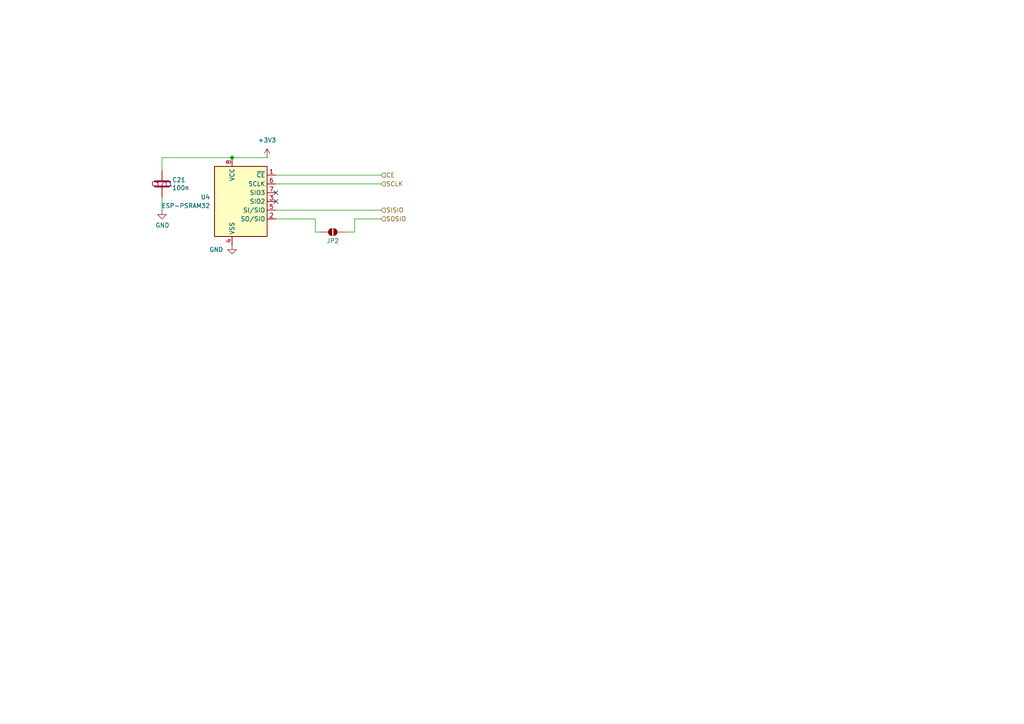
<source format=kicad_sch>
(kicad_sch (version 20250114) (generator "eeschema") (generator_version "9.0")
  (paper "A4")
  (title_block (title "${NAME}") (date "2025-04-24") (rev "${VERSION}") (company "Mikhail Matveev") (comment 1 "https://github.com/xtremespb/frank"))
  (lib_symbols
    (symbol "Device:C" (pin_numbers (hide yes)) (pin_names (offset 0.254))
      (property "Reference" "C" (at 0.635 2.54 0))
      (property "Value" "C" (at 0.635 -2.54 0))
      (symbol "C_0_1"
        (polyline (pts (xy -2.032 0.762) (xy 2.032 0.762)) (stroke (width 0.508)))
        (polyline (pts (xy -2.032 -0.762) (xy 2.032 -0.762)) (stroke (width 0.508)))
      )
      (symbol "C_1_1"
        (pin passive line (at 0 3.81 270) (length 2.794) (name "~") (number "1"))
        (pin passive line (at 0 -3.81 90) (length 2.794) (name "~") (number "2"))
      )
    )
    (symbol "FRANK:ESP-PSRAM32"
      (property "Reference" "PSR1" (at -8.89 1.2701 0))
      (property "Value" "PSRAM" (at -8.89 -1.2699 0))
      (symbol "ESP-PSRAM32_0_1"
        (rectangle (start -7.62 10.16) (end 7.62 -10.16) (stroke (width 0.254)) (fill (type background)))
      )
      (symbol "ESP-PSRAM32_1_1"
        (pin power_in line (at -2.54 12.7 270) (length 2.54) (name "VCC") (number "8"))
        (pin power_in line (at -2.54 -12.7 90) (length 2.54) (name "VSS") (number "4"))
        (pin input line (at 10.16 7.62 180) (length 2.54) (name "~{CE}") (number "1"))
        (pin output line (at 10.16 5.08 180) (length 2.54) (name "SCLK") (number "6"))
        (pin bidirectional line (at 10.16 2.54 180) (length 2.54) (name "SIO3") (number "7"))
        (pin bidirectional line (at 10.16 0 180) (length 2.54) (name "SIO2") (number "3"))
        (pin input line (at 10.16 -2.54 180) (length 2.54) (name "SI/SIO") (number "5"))
        (pin output line (at 10.16 -5.08 180) (length 2.54) (name "SO/SIO") (number "2"))
      )
    )
    (symbol "GND_1" (power) (pin_numbers (hide yes)) (pin_names (offset 0) (hide yes))
      (property "Value" "GND" (at 0 -3.81 0))
      (symbol "GND_1_0_1"
        (polyline (pts (xy 0 0) (xy 0 -1.27) (xy 1.27 -1.27) (xy 0 -2.54) (xy -1.27 -1.27) (xy 0 -1.27)))
      )
      (symbol "GND_1_1_1"
        (pin power_in line (at 0 0 270) (length 0) (name "~") (number "1"))
      )
    )
    (symbol "Jumper:SolderJumper_2_Open" (pin_numbers (hide yes)) (pin_names (offset 0) (hide yes)) (exclude_from_sim yes) (in_bom no)
      (property "Reference" "JP" (at 0 2.032 0))
      (property "Value" "SolderJumper_2_Open" (at 0 -2.54 0))
      (symbol "SolderJumper_2_Open_0_1"
        (polyline (pts (xy -0.254 1.016) (xy -0.254 -1.016)))
        (arc (start -0.254 -1.016) (mid -1.2656 0) (end -0.254 1.016))
        (arc (start -0.254 -1.016) (mid -1.2656 0) (end -0.254 1.016) (fill (type outline)))
        (arc (start 0.254 1.016) (mid 1.2656 0) (end 0.254 -1.016))
        (arc (start 0.254 1.016) (mid 1.2656 0) (end 0.254 -1.016) (fill (type outline)))
        (polyline (pts (xy 0.254 1.016) (xy 0.254 -1.016)))
      )
      (symbol "SolderJumper_2_Open_1_1"
        (pin passive line (at -3.81 0 0) (length 2.54) (name "A") (number "1"))
        (pin passive line (at 3.81 0 180) (length 2.54) (name "B") (number "2"))
      )
    )
    (symbol "power:+3V3" (power) (pin_numbers (hide yes)) (pin_names (offset 0) (hide yes))
      (property "Value" "+3V3" (at 0 3.556 0))
      (symbol "+3V3_0_1"
        (polyline (pts (xy -0.762 1.27) (xy 0 2.54)))
        (polyline (pts (xy 0 2.54) (xy 0.762 1.27)))
        (polyline (pts (xy 0 0) (xy 0 2.54)))
      )
      (symbol "+3V3_1_1"
        (pin power_in line (at 0 0 90) (length 0) (name "~") (number "1"))
      )
    )
    (symbol "power:GND" (power) (pin_numbers (hide yes)) (pin_names (offset 0) (hide yes))
      (property "Value" "GND" (at 0 -3.81 0))
      (symbol "GND_0_1"
        (polyline (pts (xy 0 0) (xy 0 -1.27) (xy 1.27 -1.27) (xy 0 -2.54) (xy -1.27 -1.27) (xy 0 -1.27)))
      )
      (symbol "GND_1_1"
        (pin power_in line (at 0 0 270) (length 0) (name "~") (number "1"))
      )
    )
  )
  (junction (at 67.31 45.72))
  (no_connect (at 80.01 55.88))
  (no_connect (at 80.01 58.42))
  (wire (pts (xy 80.01 50.8) (xy 110.49 50.8)))
  (wire (pts (xy 91.44 67.31) (xy 91.44 63.5)))
  (wire (pts (xy 91.44 67.31) (xy 92.71 67.31)))
  (wire (pts (xy 46.99 45.72) (xy 46.99 49.53)))
  (wire (pts (xy 80.01 53.34) (xy 110.49 53.34)))
  (wire (pts (xy 46.99 45.72) (xy 67.31 45.72)))
  (wire (pts (xy 67.31 45.72) (xy 77.47 45.72)))
  (wire (pts (xy 46.99 57.15) (xy 46.99 60.96)))
  (wire (pts (xy 80.01 60.96) (xy 110.49 60.96)))
  (wire (pts (xy 102.87 67.31) (xy 102.87 63.5)))
  (wire (pts (xy 102.87 63.5) (xy 110.49 63.5)))
  (wire (pts (xy 100.33 67.31) (xy 102.87 67.31)))
  (wire (pts (xy 91.44 63.5) (xy 80.01 63.5)))
  (hierarchical_label "SISIO" (shape input) (at 110.49 60.96 0))
  (hierarchical_label "CE" (shape input) (at 110.49 50.8 0))
  (hierarchical_label "SCLK" (shape input) (at 110.49 53.34 0))
  (hierarchical_label "SOSIO" (shape input) (at 110.49 63.5 0))
  (symbol (lib_id "power:GND") (at 67.31 71.12 0) (unit 1)
    (property "Reference" "#PWR051" (effects (hide yes)))
    (property "Value" "GND" (at 64.77 72.39 0) (effects (justify right)))
    (property "Description" "Power symbol creates a global label with name \"GND\" , ground" (effects (hide yes)))
  )
  (symbol (lib_id "power:+3V3") (at 77.47 45.72 0) (unit 1)
    (property "Reference" "#PWR049" (effects (hide yes)))
    (property "Value" "+3V3" (at 77.47 40.64 0))
    (property "Description" "Power symbol creates a global label with name \"+3V3\"" (effects (hide yes)))
  )
  (symbol (lib_id "FRANK:ESP-PSRAM32") (at 69.85 58.42 0) (unit 1)
    (property "Reference" "U4" (at 60.96 57.1499 0) (effects (justify right)))
    (property "Value" "ESP-PSRAM32" (at 60.96 59.6899 0) (effects (justify right)))
    (property "Footprint" "FRANK:SO-8" (effects (hide yes)))
    (property "Datasheet" "https://www.espressif.com/sites/default/files/documentation/esp-psram32_datasheet_en.pdf" (effects (hide yes)))
    (property "AliExpress" "https://www.aliexpress.com/item/1005006440914173.html" (effects (hide yes)))
  )
  (symbol (lib_id "Device:C") (at 46.99 53.34 0) (unit 1)
    (property "Reference" "C21" (at 49.911 52.1716 0) (effects (justify left)))
    (property "Value" "100n" (at 49.911 54.483 0) (effects (justify left)))
    (property "Footprint" "FRANK:Capacitor (0805)" (effects (hide yes)))
    (property "Datasheet" "https://eu.mouser.com/datasheet/2/40/KGM_X7R-3223212.pdf" (effects (hide yes)))
    (property "AliExpress" "https://www.aliexpress.com/item/33008008276.html" (effects (hide yes)))
    (property "LCSC" "C1711" (at 46.99 53.34 0))
  )
  (symbol (lib_id "Jumper:SolderJumper_2_Open") (at 96.52 67.31 0) (unit 1)
    (property "Reference" "JP2" (at 96.52 69.85 0))
    (property "Value" "Jumper (Solder)" (effects (hide yes)))
    (property "Footprint" "FRANK:Jumper (solder)" (effects (hide yes)))
    (property "Description" "Solder Jumper, 2-pole, open" (effects (hide yes)))
    (property "AliExpress" "https://www.aliexpress.com/item/1005006454399822.html" (effects (hide yes)))
  )
  (symbol (lib_name "GND_1") (lib_id "power:GND") (at 46.99 60.96 0) (unit 1)
    (property "Reference" "#PWR050" (effects (hide yes)))
    (property "Value" "GND" (at 47.117 65.3542 0))
    (property "Description" "Power symbol creates a global label with name \"GND\" , ground" (effects (hide yes)))
  )
)
</source>
